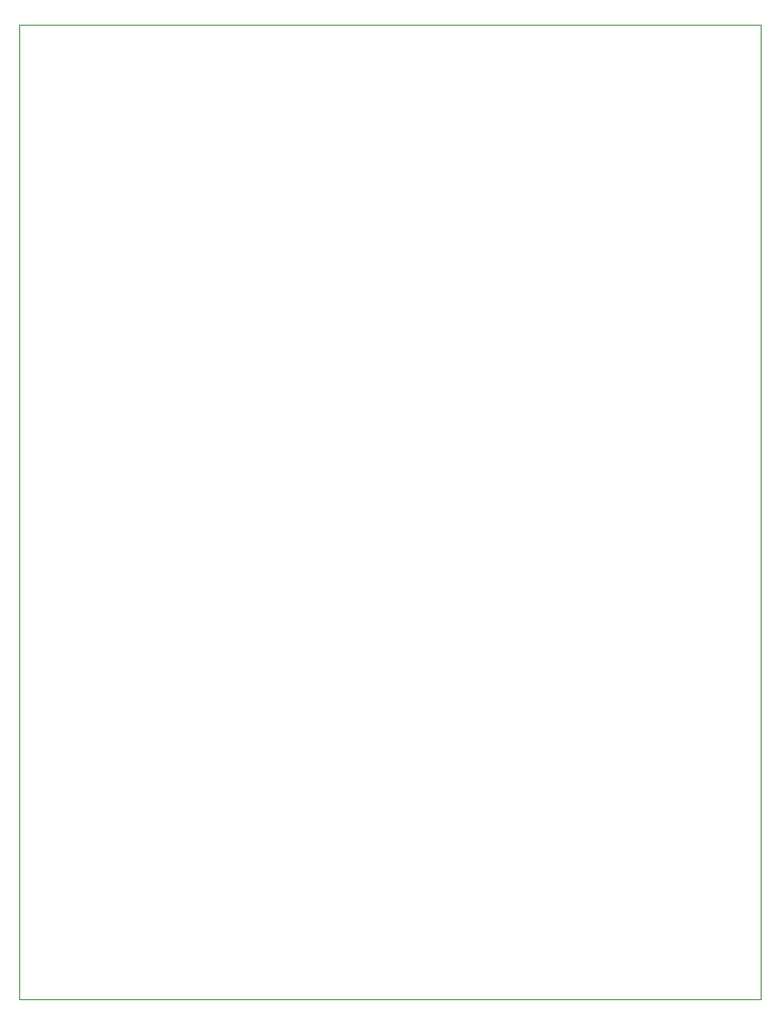
<source format=gm1>
G04 #@! TF.GenerationSoftware,KiCad,Pcbnew,(5.1.9)-1*
G04 #@! TF.CreationDate,2023-03-18T10:12:14+09:00*
G04 #@! TF.ProjectId,SMB80TE_SD,534d4238-3054-4455-9f53-442e6b696361,rev?*
G04 #@! TF.SameCoordinates,PX53920b0PY93c3260*
G04 #@! TF.FileFunction,Profile,NP*
%FSLAX46Y46*%
G04 Gerber Fmt 4.6, Leading zero omitted, Abs format (unit mm)*
G04 Created by KiCad (PCBNEW (5.1.9)-1) date 2023-03-18 10:12:14*
%MOMM*%
%LPD*%
G01*
G04 APERTURE LIST*
G04 #@! TA.AperFunction,Profile*
%ADD10C,0.050000*%
G04 #@! TD*
G04 APERTURE END LIST*
D10*
X0Y90000000D02*
X0Y0D01*
X68500000Y0D02*
X68500000Y90000000D01*
X0Y0D02*
X68500000Y0D01*
X68500000Y90000000D02*
X0Y90000000D01*
M02*

</source>
